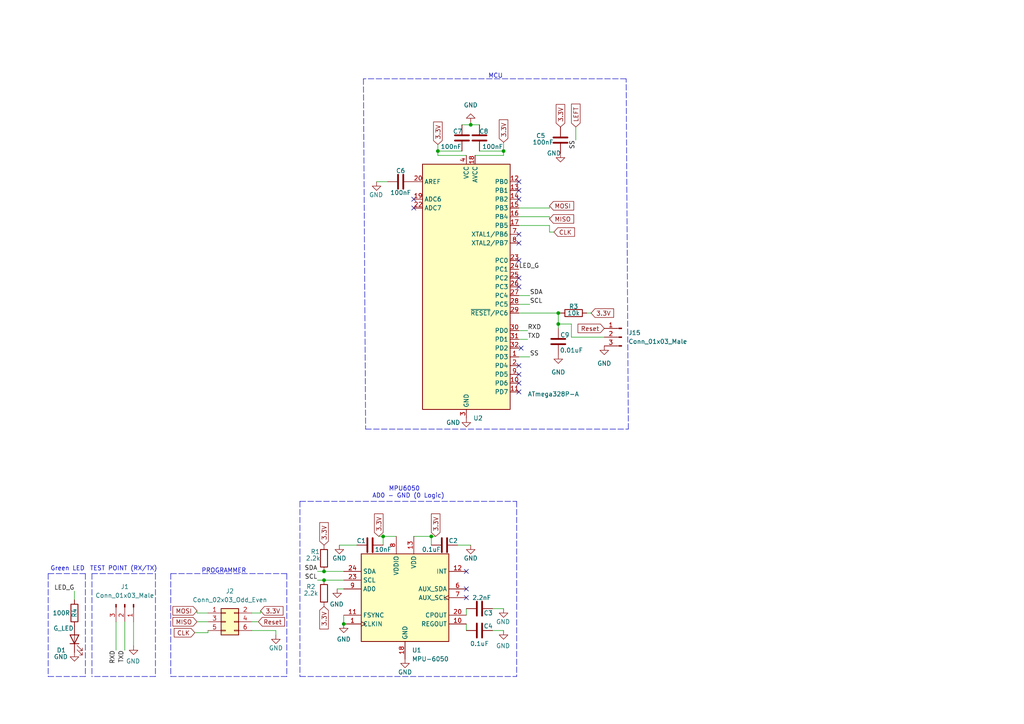
<source format=kicad_sch>
(kicad_sch (version 20211123) (generator eeschema)
  (paper "A4")
  (lib_symbols
    (symbol "Connector:Conn_01x03_Male" (pin_names (offset 1.016) hide)
      (property "Reference" "J" (at 0 5.08 0))
      (property "Value" "Conn_01x03_Male" (at 0 -5.08 0))
      (symbol "Conn_01x03_Male_1_1"
        (polyline (pts (xy 1.27 -2.54) (xy 0.8636 -2.54)) (stroke (width 0.1524)))
        (polyline (pts (xy 1.27 0) (xy 0.8636 0)) (stroke (width 0.1524)))
        (polyline (pts (xy 1.27 2.54) (xy 0.8636 2.54)) (stroke (width 0.1524)))
        (rectangle (start 0.8636 -2.413) (end 0 -2.667) (stroke (width 0.1524)) (fill (type outline)))
        (rectangle (start 0.8636 0.127) (end 0 -0.127) (stroke (width 0.1524)) (fill (type outline)))
        (rectangle (start 0.8636 2.667) (end 0 2.413) (stroke (width 0.1524)) (fill (type outline)))
        (pin passive line (at 5.08 2.54 180) (length 3.81) (name "Pin_1") (number "1"))
        (pin passive line (at 5.08 0 180) (length 3.81) (name "Pin_2") (number "2"))
        (pin passive line (at 5.08 -2.54 180) (length 3.81) (name "Pin_3") (number "3"))
      )
    )
    (symbol "Connector_Generic:Conn_02x03_Odd_Even" (pin_names (offset 1.016) hide)
      (property "Reference" "J" (at 1.27 5.08 0))
      (property "Value" "Conn_02x03_Odd_Even" (at 1.27 -5.08 0))
      (symbol "Conn_02x03_Odd_Even_1_1"
        (rectangle (start -1.27 -2.413) (end 0 -2.667) (stroke (width 0.1524)))
        (rectangle (start -1.27 0.127) (end 0 -0.127) (stroke (width 0.1524)))
        (rectangle (start -1.27 2.667) (end 0 2.413) (stroke (width 0.1524)))
        (rectangle (start -1.27 3.81) (end 3.81 -3.81) (stroke (width 0.254)) (fill (type background)))
        (rectangle (start 3.81 -2.413) (end 2.54 -2.667) (stroke (width 0.1524)))
        (rectangle (start 3.81 0.127) (end 2.54 -0.127) (stroke (width 0.1524)))
        (rectangle (start 3.81 2.667) (end 2.54 2.413) (stroke (width 0.1524)))
        (pin passive line (at -5.08 2.54 0) (length 3.81) (name "Pin_1") (number "1"))
        (pin passive line (at 7.62 2.54 180) (length 3.81) (name "Pin_2") (number "2"))
        (pin passive line (at -5.08 0 0) (length 3.81) (name "Pin_3") (number "3"))
        (pin passive line (at 7.62 0 180) (length 3.81) (name "Pin_4") (number "4"))
        (pin passive line (at -5.08 -2.54 0) (length 3.81) (name "Pin_5") (number "5"))
        (pin passive line (at 7.62 -2.54 180) (length 3.81) (name "Pin_6") (number "6"))
      )
    )
    (symbol "Device:C" (pin_numbers hide) (pin_names (offset 0.254))
      (property "Reference" "C" (at 0.635 2.54 0))
      (property "Value" "C" (at 0.635 -2.54 0))
      (symbol "C_0_1"
        (polyline (pts (xy -2.032 -0.762) (xy 2.032 -0.762)) (stroke (width 0.508)))
        (polyline (pts (xy -2.032 0.762) (xy 2.032 0.762)) (stroke (width 0.508)))
      )
      (symbol "C_1_1"
        (pin passive line (at 0 3.81 270) (length 2.794) (name "~") (number "1"))
        (pin passive line (at 0 -3.81 90) (length 2.794) (name "~") (number "2"))
      )
    )
    (symbol "Device:LED" (pin_numbers hide) (pin_names (offset 1.016) hide)
      (property "Reference" "D" (at 0 2.54 0))
      (property "Value" "LED" (at 0 -2.54 0))
      (symbol "LED_0_1"
        (polyline (pts (xy -1.27 -1.27) (xy -1.27 1.27)) (stroke (width 0.254)))
        (polyline (pts (xy -1.27 0) (xy 1.27 0)))
        (polyline (pts (xy 1.27 -1.27) (xy 1.27 1.27) (xy -1.27 0) (xy 1.27 -1.27)) (stroke (width 0.254)))
        (polyline (pts (xy -3.048 -0.762) (xy -4.572 -2.286) (xy -3.81 -2.286) (xy -4.572 -2.286) (xy -4.572 -1.524)))
        (polyline (pts (xy -1.778 -0.762) (xy -3.302 -2.286) (xy -2.54 -2.286) (xy -3.302 -2.286) (xy -3.302 -1.524)))
      )
      (symbol "LED_1_1"
        (pin passive line (at -3.81 0 0) (length 2.54) (name "K") (number "1"))
        (pin passive line (at 3.81 0 180) (length 2.54) (name "A") (number "2"))
      )
    )
    (symbol "Device:R" (pin_numbers hide) (pin_names (offset 0))
      (property "Reference" "R" (at 2.032 0 90))
      (property "Value" "R" (at 0 0 90))
      (symbol "R_0_1"
        (rectangle (start -1.016 -2.54) (end 1.016 2.54) (stroke (width 0.254)))
      )
      (symbol "R_1_1"
        (pin passive line (at 0 3.81 270) (length 1.27) (name "~") (number "1"))
        (pin passive line (at 0 -3.81 90) (length 1.27) (name "~") (number "2"))
      )
    )
    (symbol "MCU_Microchip_ATmega:ATmega328P-A"
      (property "Reference" "U" (at -12.7 36.83 0))
      (property "Value" "ATmega328P-A" (at 2.54 -36.83 0))
      (symbol "ATmega328P-A_0_1"
        (rectangle (start -12.7 -35.56) (end 12.7 35.56) (stroke (width 0.254)) (fill (type background)))
      )
      (symbol "ATmega328P-A_1_1"
        (pin bidirectional line (at 15.24 -20.32 180) (length 2.54) (name "PD3") (number "1"))
        (pin bidirectional line (at 15.24 -27.94 180) (length 2.54) (name "PD6") (number "10"))
        (pin bidirectional line (at 15.24 -30.48 180) (length 2.54) (name "PD7") (number "11"))
        (pin bidirectional line (at 15.24 30.48 180) (length 2.54) (name "PB0") (number "12"))
        (pin bidirectional line (at 15.24 27.94 180) (length 2.54) (name "PB1") (number "13"))
        (pin bidirectional line (at 15.24 25.4 180) (length 2.54) (name "PB2") (number "14"))
        (pin bidirectional line (at 15.24 22.86 180) (length 2.54) (name "PB3") (number "15"))
        (pin bidirectional line (at 15.24 20.32 180) (length 2.54) (name "PB4") (number "16"))
        (pin bidirectional line (at 15.24 17.78 180) (length 2.54) (name "PB5") (number "17"))
        (pin power_in line (at 2.54 38.1 270) (length 2.54) (name "AVCC") (number "18"))
        (pin input line (at -15.24 25.4 0) (length 2.54) (name "ADC6") (number "19"))
        (pin bidirectional line (at 15.24 -22.86 180) (length 2.54) (name "PD4") (number "2"))
        (pin passive line (at -15.24 30.48 0) (length 2.54) (name "AREF") (number "20"))
        (pin passive line (at 0 -38.1 90) (length 2.54) hide (name "GND") (number "21"))
        (pin input line (at -15.24 22.86 0) (length 2.54) (name "ADC7") (number "22"))
        (pin bidirectional line (at 15.24 7.62 180) (length 2.54) (name "PC0") (number "23"))
        (pin bidirectional line (at 15.24 5.08 180) (length 2.54) (name "PC1") (number "24"))
        (pin bidirectional line (at 15.24 2.54 180) (length 2.54) (name "PC2") (number "25"))
        (pin bidirectional line (at 15.24 0 180) (length 2.54) (name "PC3") (number "26"))
        (pin bidirectional line (at 15.24 -2.54 180) (length 2.54) (name "PC4") (number "27"))
        (pin bidirectional line (at 15.24 -5.08 180) (length 2.54) (name "PC5") (number "28"))
        (pin bidirectional line (at 15.24 -7.62 180) (length 2.54) (name "~{RESET}/PC6") (number "29"))
        (pin power_in line (at 0 -38.1 90) (length 2.54) (name "GND") (number "3"))
        (pin bidirectional line (at 15.24 -12.7 180) (length 2.54) (name "PD0") (number "30"))
        (pin bidirectional line (at 15.24 -15.24 180) (length 2.54) (name "PD1") (number "31"))
        (pin bidirectional line (at 15.24 -17.78 180) (length 2.54) (name "PD2") (number "32"))
        (pin power_in line (at 0 38.1 270) (length 2.54) (name "VCC") (number "4"))
        (pin passive line (at 0 -38.1 90) (length 2.54) hide (name "GND") (number "5"))
        (pin passive line (at 0 38.1 270) (length 2.54) hide (name "VCC") (number "6"))
        (pin bidirectional line (at 15.24 15.24 180) (length 2.54) (name "XTAL1/PB6") (number "7"))
        (pin bidirectional line (at 15.24 12.7 180) (length 2.54) (name "XTAL2/PB7") (number "8"))
        (pin bidirectional line (at 15.24 -25.4 180) (length 2.54) (name "PD5") (number "9"))
      )
    )
    (symbol "Sensor_Motion:MPU-6050"
      (property "Reference" "U" (at -11.43 13.97 0))
      (property "Value" "MPU-6050" (at 7.62 -13.97 0))
      (symbol "MPU-6050_0_1"
        (rectangle (start -12.7 12.7) (end 12.7 -12.7) (stroke (width 0.254)) (fill (type background)))
      )
      (symbol "MPU-6050_1_1"
        (pin input clock (at -17.78 -7.62 0) (length 5.08) (name "CLKIN") (number "1"))
        (pin passive line (at 17.78 -7.62 180) (length 5.08) (name "REGOUT") (number "10"))
        (pin input line (at -17.78 -5.08 0) (length 5.08) (name "FSYNC") (number "11"))
        (pin output line (at 17.78 7.62 180) (length 5.08) (name "INT") (number "12"))
        (pin power_in line (at 2.54 17.78 270) (length 5.08) (name "VDD") (number "13"))
        (pin power_in line (at 0 -17.78 90) (length 5.08) (name "GND") (number "18"))
        (pin passive line (at 17.78 -5.08 180) (length 5.08) (name "CPOUT") (number "20"))
        (pin input line (at -17.78 5.08 0) (length 5.08) (name "SCL") (number "23"))
        (pin bidirectional line (at -17.78 7.62 0) (length 5.08) (name "SDA") (number "24"))
        (pin bidirectional line (at 17.78 2.54 180) (length 5.08) (name "AUX_SDA") (number "6"))
        (pin output clock (at 17.78 0 180) (length 5.08) (name "AUX_SCL") (number "7"))
        (pin power_in line (at -2.54 17.78 270) (length 5.08) (name "VDDIO") (number "8"))
        (pin input line (at -17.78 2.54 0) (length 5.08) (name "AD0") (number "9"))
      )
    )
    (symbol "power:GND" (power) (pin_names (offset 0))
      (property "Value" "GND" (at 0 -3.81 0))
      (symbol "GND_0_1"
        (polyline (pts (xy 0 0) (xy 0 -1.27) (xy 1.27 -1.27) (xy 0 -2.54) (xy -1.27 -1.27) (xy 0 -1.27)))
      )
      (symbol "GND_1_1"
        (pin power_in line (at 0 0 270) (length 0) hide (name "GND") (number "1"))
      )
    )
  )
  (junction (at 93.98 168.275))
  (junction (at 161.925 93.98))
  (junction (at 111.125 155.575))
  (junction (at 136.525 36.195))
  (junction (at 127 43.815))
  (junction (at 99.695 180.975))
  (junction (at 161.925 90.805))
  (junction (at 146.05 43.815))
  (junction (at 93.98 165.735))
  (junction (at 125.095 155.575))
  (no_connect (at 150.495 75.565))
  (no_connect (at 150.495 83.185))
  (no_connect (at 150.495 80.645))
  (no_connect (at 150.495 55.245))
  (no_connect (at 150.495 52.705))
  (no_connect (at 150.495 106.045))
  (no_connect (at 150.495 108.585))
  (no_connect (at 150.495 111.125))
  (no_connect (at 120.015 60.325))
  (no_connect (at 151.13 100.965))
  (no_connect (at 135.255 173.355))
  (no_connect (at 135.255 170.815))
  (no_connect (at 150.495 113.665))
  (no_connect (at 135.255 165.735))
  (no_connect (at 150.495 57.785))
  (no_connect (at 120.015 57.785))
  (no_connect (at 150.495 70.485))
  (no_connect (at 150.495 67.945))
  (wire (pts (xy 159.385 60.325) (xy 159.385 59.69)))
  (wire (pts (xy 161.925 93.98) (xy 165.735 93.98)))
  (wire (pts (xy 93.98 168.275) (xy 99.695 168.275)))
  (wire (pts (xy 137.795 45.085) (xy 146.05 45.085)))
  (wire (pts (xy 93.98 165.735) (xy 99.695 165.735)))
  (wire (pts (xy 73.025 180.34) (xy 74.93 180.34)))
  (wire (pts (xy 136.525 36.195) (xy 139.065 36.195)))
  (wire (pts (xy 109.22 52.705) (xy 112.395 52.705)))
  (wire (pts (xy 56.515 183.515) (xy 60.325 183.515)))
  (wire (pts (xy 150.495 90.805) (xy 161.925 90.805)))
  (wire (pts (xy 159.385 67.31) (xy 160.655 67.31)))
  (polyline (pts (xy 86.995 196.215) (xy 149.86 196.215)))
  (wire (pts (xy 73.025 177.8) (xy 75.565 177.8)))
  (wire (pts (xy 136.525 158.115) (xy 132.715 158.115)))
  (polyline (pts (xy 106.045 124.46) (xy 182.245 124.46)))
  (wire (pts (xy 99.695 178.435) (xy 99.695 180.975)))
  (wire (pts (xy 151.13 100.965) (xy 150.495 100.965)))
  (wire (pts (xy 171.45 90.805) (xy 170.18 90.805)))
  (wire (pts (xy 135.255 176.53) (xy 135.255 178.435)))
  (polyline (pts (xy 83.185 166.37) (xy 83.185 196.215)))
  (wire (pts (xy 136.525 35.56) (xy 136.525 36.195)))
  (polyline (pts (xy 86.995 145.415) (xy 149.86 145.415)))
  (wire (pts (xy 36.195 180.34) (xy 36.195 188.595)))
  (wire (pts (xy 139.065 43.815) (xy 146.05 43.815)))
  (wire (pts (xy 38.735 180.34) (xy 38.735 187.325)))
  (polyline (pts (xy 182.245 124.46) (xy 181.61 22.86)))
  (polyline (pts (xy 13.97 166.37) (xy 24.765 166.37)))
  (wire (pts (xy 153.67 85.725) (xy 150.495 85.725)))
  (wire (pts (xy 111.125 158.115) (xy 111.125 155.575)))
  (wire (pts (xy 111.125 155.575) (xy 114.935 155.575)))
  (wire (pts (xy 60.325 183.515) (xy 60.325 182.88)))
  (polyline (pts (xy 83.185 196.215) (xy 49.53 196.215)))
  (wire (pts (xy 146.05 182.88) (xy 142.875 182.88)))
  (wire (pts (xy 161.925 90.805) (xy 161.925 93.98)))
  (wire (pts (xy 150.495 95.885) (xy 153.035 95.885)))
  (wire (pts (xy 92.075 168.275) (xy 93.98 168.275)))
  (wire (pts (xy 135.255 45.085) (xy 127 45.085)))
  (polyline (pts (xy 49.53 166.37) (xy 49.53 196.215)))
  (wire (pts (xy 120.015 155.575) (xy 125.095 155.575)))
  (wire (pts (xy 165.735 97.79) (xy 175.26 97.79)))
  (polyline (pts (xy 13.97 166.37) (xy 13.97 196.215)))
  (polyline (pts (xy 45.085 196.215) (xy 26.67 196.215)))
  (wire (pts (xy 21.59 171.45) (xy 21.59 173.99)))
  (wire (pts (xy 167.005 40.64) (xy 167.005 36.83)))
  (polyline (pts (xy 105.41 22.86) (xy 106.045 124.46)))
  (wire (pts (xy 150.495 60.325) (xy 159.385 60.325)))
  (polyline (pts (xy 26.67 166.37) (xy 26.67 196.215)))
  (wire (pts (xy 57.15 177.165) (xy 57.15 177.8)))
  (wire (pts (xy 57.15 177.8) (xy 60.325 177.8)))
  (wire (pts (xy 153.67 103.505) (xy 150.495 103.505)))
  (polyline (pts (xy 24.765 196.215) (xy 13.97 196.215)))
  (wire (pts (xy 153.67 88.265) (xy 150.495 88.265)))
  (wire (pts (xy 33.655 180.34) (xy 33.655 188.595)))
  (wire (pts (xy 73.025 182.88) (xy 80.01 182.88)))
  (wire (pts (xy 57.15 180.34) (xy 60.325 180.34)))
  (polyline (pts (xy 49.53 166.37) (xy 83.185 166.37)))
  (wire (pts (xy 75.565 177.165) (xy 75.565 177.8)))
  (wire (pts (xy 146.05 43.815) (xy 146.05 45.085)))
  (wire (pts (xy 98.425 158.115) (xy 103.505 158.115)))
  (wire (pts (xy 150.495 65.405) (xy 159.385 65.405)))
  (wire (pts (xy 150.495 62.865) (xy 159.385 62.865)))
  (wire (pts (xy 150.495 98.425) (xy 153.035 98.425)))
  (wire (pts (xy 80.01 182.88) (xy 80.01 184.15)))
  (wire (pts (xy 161.925 90.805) (xy 162.56 90.805)))
  (wire (pts (xy 133.985 36.195) (xy 136.525 36.195)))
  (wire (pts (xy 109.855 155.575) (xy 111.125 155.575)))
  (wire (pts (xy 159.385 62.865) (xy 159.385 63.5)))
  (wire (pts (xy 146.05 176.53) (xy 142.875 176.53)))
  (wire (pts (xy 125.095 155.575) (xy 125.095 158.115)))
  (wire (pts (xy 97.79 170.815) (xy 99.695 170.815)))
  (polyline (pts (xy 45.085 166.37) (xy 45.085 196.215)))
  (wire (pts (xy 127 45.085) (xy 127 43.815)))
  (wire (pts (xy 165.735 93.98) (xy 165.735 97.79)))
  (wire (pts (xy 92.075 165.735) (xy 93.98 165.735)))
  (polyline (pts (xy 181.61 22.86) (xy 105.41 22.86)))
  (polyline (pts (xy 26.67 166.37) (xy 45.085 166.37)))
  (polyline (pts (xy 24.765 166.37) (xy 24.765 196.215)))
  (wire (pts (xy 159.385 65.405) (xy 159.385 67.31)))
  (polyline (pts (xy 149.86 145.415) (xy 149.86 196.215)))
  (wire (pts (xy 146.05 41.275) (xy 146.05 43.815)))
  (polyline (pts (xy 86.995 145.415) (xy 86.995 196.215)))
  (wire (pts (xy 161.925 93.98) (xy 161.925 95.25)))
  (wire (pts (xy 126.365 155.575) (xy 125.095 155.575)))
  (wire (pts (xy 127 41.91) (xy 127 43.815)))
  (wire (pts (xy 127 43.815) (xy 133.985 43.815)))
  (wire (pts (xy 135.255 182.88) (xy 135.255 180.975)))
  (text "	MPU6050\nAD0 - GND (0 Logic)\n\n" (at 107.95 146.685 0) (effects (font (size 1.27 1.27)) (justify left bottom)))
  (text "MCU\n" (at 141.605 22.86 0) (effects (font (size 1.27 1.27)) (justify left bottom)))
  (text "TEST POINT (RX/TX)" (at 26.035 165.735 0) (effects (font (size 1.27 1.27)) (justify left bottom)))
  (text "PROGRAMMER" (at 58.42 166.37 0) (effects (font (size 1.27 1.27)) (justify left bottom)))
  (text "Green LED" (at 14.605 165.735 0) (effects (font (size 1.27 1.27)) (justify left bottom)))
  (label "SDA" (at 92.075 165.735 180))
  (label "SCL" (at 92.075 168.275 180))
  (label "TXD" (at 36.195 188.595 270))
  (label "SDA" (at 153.67 85.725 0))
  (label "TXD" (at 153.035 98.425 0))
  (label "LED_G" (at 150.495 78.105 0))
  (label "SCL" (at 153.67 88.265 0))
  (label "SS" (at 153.67 103.505 0))
  (label "SS" (at 167.005 40.64 270))
  (label "RXD" (at 153.035 95.885 0))
  (label "LED_G" (at 21.59 171.45 180))
  (label "RXD" (at 33.655 188.595 270))
  (global_label "CLK" (shape input) (at 160.655 67.31 0) (property "Intersheet References" "${INTERSHEET_REFS}" (effects hide)))
  (global_label "Reset" (shape input) (at 175.26 95.25 180) (property "Intersheet References" "${INTERSHEET_REFS}" (effects hide)))
  (global_label "MOSI" (shape input) (at 57.15 177.165 180) (property "Intersheet References" "${INTERSHEET_REFS}" (effects hide)))
  (global_label "MISO" (shape input) (at 57.15 180.34 180) (property "Intersheet References" "${INTERSHEET_REFS}" (effects hide)))
  (global_label "3.3V" (shape input) (at 75.565 177.165 0) (property "Intersheet References" "${INTERSHEET_REFS}" (effects hide)))
  (global_label "3.3V" (shape input) (at 93.98 158.115 90) (property "Intersheet References" "${INTERSHEET_REFS}" (effects hide)))
  (global_label "3.3V" (shape input) (at 127 41.91 90) (property "Intersheet References" "${INTERSHEET_REFS}" (effects hide)))
  (global_label "MISO" (shape input) (at 159.385 63.5 0) (property "Intersheet References" "${INTERSHEET_REFS}" (effects hide)))
  (global_label "LEFT" (shape input) (at 167.005 36.83 90) (property "Intersheet References" "${INTERSHEET_REFS}" (effects hide)))
  (global_label "3.3V" (shape input) (at 162.56 36.83 90) (property "Intersheet References" "${INTERSHEET_REFS}" (effects hide)))
  (global_label "3.3V" (shape input) (at 171.45 90.805 0) (property "Intersheet References" "${INTERSHEET_REFS}" (effects hide)))
  (global_label "Reset" (shape input) (at 74.93 180.34 0) (property "Intersheet References" "${INTERSHEET_REFS}" (effects hide)))
  (global_label "3.3V" (shape input) (at 109.855 155.575 90) (property "Intersheet References" "${INTERSHEET_REFS}" (effects hide)))
  (global_label "3.3V" (shape input) (at 93.98 175.895 270) (property "Intersheet References" "${INTERSHEET_REFS}" (effects hide)))
  (global_label "CLK" (shape input) (at 56.515 183.515 180) (property "Intersheet References" "${INTERSHEET_REFS}" (effects hide)))
  (global_label "MOSI" (shape input) (at 159.385 59.69 0) (property "Intersheet References" "${INTERSHEET_REFS}" (effects hide)))
  (global_label "3.3V" (shape input) (at 146.05 41.275 90) (property "Intersheet References" "${INTERSHEET_REFS}" (effects hide)))
  (global_label "3.3V" (shape input) (at 126.365 155.575 90) (property "Intersheet References" "${INTERSHEET_REFS}" (effects hide)))
  (symbol (lib_id "Device:R") (at 21.59 177.8 0) (unit 1)
    (property "Reference" "R4" (at 21.59 177.8 90))
    (property "Value" "100R" (at 17.78 177.8 0))
    (property "Footprint" "Resistor_SMD:R_0603_1608Metric" (effects hide))
  )
  (symbol (lib_id "power:GND") (at 80.01 184.15 0) (unit 1)
    (property "Reference" "#PWR0104" (effects hide))
    (property "Value" "GND" (at 80.01 187.96 0))
  )
  (symbol (lib_id "power:GND") (at 162.56 44.45 0) (unit 1)
    (property "Reference" "#PWR011" (effects hide))
    (property "Value" "GND" (at 160.655 44.45 0))
  )
  (symbol (lib_id "power:GND") (at 161.925 102.87 0) (unit 1)
    (property "Reference" "#PWR016" (effects hide))
    (property "Value" "GND" (at 161.925 107.95 0))
  )
  (symbol (lib_id "power:GND") (at 98.425 158.115 0) (unit 1)
    (property "Reference" "#PWR05" (effects hide))
    (property "Value" "GND" (at 98.425 161.925 0))
  )
  (symbol (lib_id "power:GND") (at 21.59 189.23 0) (unit 1)
    (property "Reference" "#PWR019" (effects hide))
    (property "Value" "GND" (at 19.685 190.5 0) (effects (justify right)))
  )
  (symbol (lib_id "Connector:Conn_01x03_Male") (at 36.195 175.26 270) (unit 1)
    (property "Reference" "J1" (at 36.195 170.18 90))
    (property "Value" "Conn_01x03_Male" (at 36.195 172.72 90))
    (property "Footprint" "Connector_PinHeader_2.54mm:PinHeader_1x03_P2.54mm_Vertical" (effects hide))
  )
  (symbol (lib_id "Connector_Generic:Conn_02x03_Odd_Even") (at 65.405 180.34 0) (unit 1)
    (property "Reference" "J2" (at 66.675 171.45 0))
    (property "Value" "Conn_02x03_Odd_Even" (at 66.675 173.99 0))
    (property "Footprint" "Connector_PinHeader_2.54mm:PinHeader_2x03_P2.54mm_Vertical" (effects hide))
  )
  (symbol (lib_id "Device:C") (at 133.985 40.005 180) (unit 1)
    (property "Reference" "C7" (at 132.715 38.1 0))
    (property "Value" "100nF" (at 130.81 42.545 0))
    (property "Footprint" "Capacitor_SMD:C_0603_1608Metric" (effects hide))
  )
  (symbol (lib_id "power:GND") (at 146.05 176.53 0) (unit 1)
    (property "Reference" "#PWR08" (effects hide))
    (property "Value" "GND" (at 147.955 180.34 0) (effects (justify right)))
  )
  (symbol (lib_id "Device:C") (at 107.315 158.115 90) (unit 1)
    (property "Reference" "C1" (at 104.775 156.845 90))
    (property "Value" "10nF" (at 111.125 159.385 90))
    (property "Footprint" "Capacitor_SMD:C_0603_1608Metric" (effects hide))
  )
  (symbol (lib_id "power:GND") (at 97.79 170.815 0) (unit 1)
    (property "Reference" "#PWR03" (effects hide))
    (property "Value" "GND" (at 99.695 175.26 0) (effects (justify right)))
  )
  (symbol (lib_id "power:GND") (at 146.05 182.88 0) (unit 1)
    (property "Reference" "#PWR09" (effects hide))
    (property "Value" "GND" (at 147.955 187.325 0) (effects (justify right)))
  )
  (symbol (lib_id "Device:C") (at 139.065 182.88 90) (unit 1)
    (property "Reference" "C4" (at 141.605 181.61 90))
    (property "Value" "0.1uF" (at 139.065 186.69 90))
    (property "Footprint" "Capacitor_SMD:C_0603_1608Metric" (effects hide))
  )
  (symbol (lib_id "Sensor_Motion:MPU-6050") (at 117.475 173.355 0) (unit 1)
    (property "Reference" "U1" (at 119.4944 188.595 0) (effects (justify left)))
    (property "Value" "MPU-6050" (at 119.4944 191.135 0) (effects (justify left)))
    (property "Footprint" "Sensor_Motion:InvenSense_QFN-24_4x4mm_P0.5mm" (effects hide))
    (property "Datasheet" "https://store.invensense.com/datasheets/invensense/MPU-6050_DataSheet_V3%204.pdf" (effects hide))
  )
  (symbol (lib_id "Device:C") (at 161.925 99.06 0) (unit 1)
    (property "Reference" "C9" (at 163.83 97.155 0))
    (property "Value" "0.01uF" (at 165.735 101.6 0))
    (property "Footprint" "Capacitor_SMD:C_0603_1608Metric" (effects hide))
  )
  (symbol (lib_id "power:GND") (at 175.26 100.33 0) (unit 1)
    (property "Reference" "#PWR0105" (effects hide))
    (property "Value" "GND" (at 175.26 105.41 0))
  )
  (symbol (lib_id "Device:C") (at 128.905 158.115 90) (unit 1)
    (property "Reference" "C2" (at 131.445 156.845 90))
    (property "Value" "0.1uF" (at 125.095 159.385 90))
    (property "Footprint" "Capacitor_SMD:C_0603_1608Metric" (effects hide))
  )
  (symbol (lib_id "power:GND") (at 99.695 180.975 0) (unit 1)
    (property "Reference" "#PWR04" (effects hide))
    (property "Value" "GND" (at 99.695 185.42 0))
  )
  (symbol (lib_id "power:GND") (at 109.22 52.705 0) (unit 1)
    (property "Reference" "#PWR010" (effects hide))
    (property "Value" "GND" (at 111.125 56.515 0) (effects (justify right)))
  )
  (symbol (lib_id "Device:C") (at 139.065 176.53 90) (unit 1)
    (property "Reference" "C3" (at 141.605 177.8 90))
    (property "Value" "2.2nF" (at 139.7 173.355 90))
    (property "Footprint" "Capacitor_SMD:C_0603_1608Metric" (effects hide))
  )
  (symbol (lib_id "MCU_Microchip_ATmega:ATmega328P-A") (at 135.255 83.185 0) (unit 1)
    (property "Reference" "U2" (at 137.2744 121.285 0) (effects (justify left)))
    (property "Value" "ATmega328P-A" (at 153.035 114.3 0) (effects (justify left)))
    (property "Footprint" "Package_QFP:TQFP-32_7x7mm_P0.8mm" (effects hide))
    (property "Datasheet" "http://ww1.microchip.com/downloads/en/DeviceDoc/ATmega328_P%20AVR%20MCU%20with%20picoPower%20Technology%20Data%20Sheet%2040001984A.pdf" (effects hide))
  )
  (symbol (lib_id "power:GND") (at 38.735 187.325 0) (unit 1)
    (property "Reference" "#PWR018" (effects hide))
    (property "Value" "GND" (at 40.64 191.77 0) (effects (justify right)))
  )
  (symbol (lib_id "Device:C") (at 139.065 40.005 180) (unit 1)
    (property "Reference" "C8" (at 140.335 38.1 0))
    (property "Value" "100nF" (at 142.875 42.545 0))
    (property "Footprint" "Capacitor_SMD:C_0603_1608Metric" (effects hide))
  )
  (symbol (lib_id "Device:C") (at 116.205 52.705 90) (unit 1)
    (property "Reference" "C6" (at 116.205 49.53 90))
    (property "Value" "100nF" (at 116.205 55.88 90))
    (property "Footprint" "Capacitor_SMD:C_0603_1608Metric" (effects hide))
  )
  (symbol (lib_id "power:GND") (at 117.475 191.135 0) (unit 1)
    (property "Reference" "#PWR06" (effects hide))
    (property "Value" "GND" (at 117.475 194.945 0))
  )
  (symbol (lib_id "Device:LED") (at 21.59 185.42 90) (unit 1)
    (property "Reference" "D1" (at 17.78 188.595 90))
    (property "Value" "G_LED" (at 18.415 182.245 90))
    (property "Footprint" "LED_SMD:LED_0603_1608Metric" (effects hide))
  )
  (symbol (lib_id "Device:R") (at 93.98 161.925 180) (unit 1)
    (property "Reference" "R1" (at 91.44 160.02 0))
    (property "Value" "2.2k" (at 90.805 161.925 0))
    (property "Footprint" "Resistor_SMD:R_0603_1608Metric" (effects hide))
  )
  (symbol (lib_id "power:GND") (at 136.525 35.56 180) (unit 1)
    (property "Reference" "#PWR013" (effects hide))
    (property "Value" "GND" (at 136.525 30.48 0))
  )
  (symbol (lib_id "Device:C") (at 162.56 40.64 0) (unit 1)
    (property "Reference" "C5" (at 156.845 39.37 0))
    (property "Value" "100nF" (at 157.48 41.275 0))
    (property "Footprint" "Capacitor_SMD:C_0603_1608Metric" (effects hide))
  )
  (symbol (lib_id "Device:R") (at 93.98 172.085 180) (unit 1)
    (property "Reference" "R2" (at 90.17 170.18 0))
    (property "Value" "2.2k" (at 90.17 172.085 0))
    (property "Footprint" "Resistor_SMD:R_0603_1608Metric" (effects hide))
  )
  (symbol (lib_id "Connector:Conn_01x03_Male") (at 180.34 97.79 0) (mirror y) (unit 1)
    (property "Reference" "J15" (at 182.245 96.5199 0) (effects (justify right)))
    (property "Value" "Conn_01x03_Male" (at 182.245 99.0599 0) (effects (justify right)))
    (property "Footprint" "Connector_PinHeader_2.54mm:PinHeader_1x03_P2.54mm_Vertical" (effects hide))
  )
  (symbol (lib_id "Device:R") (at 166.37 90.805 90) (unit 1)
    (property "Reference" "R3" (at 166.37 88.9 90))
    (property "Value" "10k" (at 166.37 90.805 90))
    (property "Footprint" "Resistor_SMD:R_0603_1608Metric" (effects hide))
  )
  (symbol (lib_id "power:GND") (at 136.525 158.115 0) (unit 1)
    (property "Reference" "#PWR07" (effects hide))
    (property "Value" "GND" (at 136.525 161.925 0))
  )
  (symbol (lib_id "power:GND") (at 135.255 121.285 0) (unit 1)
    (property "Reference" "#PWR012" (effects hide))
    (property "Value" "GND" (at 131.445 122.555 0))
  )
)
</source>
